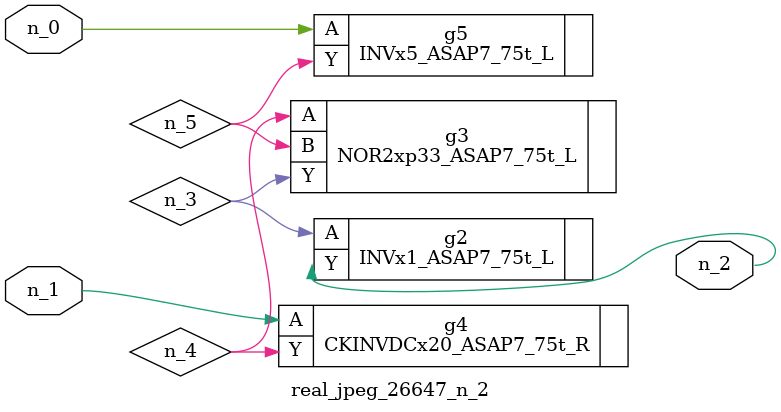
<source format=v>
module real_jpeg_26647_n_2 (n_1, n_0, n_2);

input n_1;
input n_0;

output n_2;

wire n_5;
wire n_4;
wire n_3;

INVx5_ASAP7_75t_L g5 ( 
.A(n_0),
.Y(n_5)
);

CKINVDCx20_ASAP7_75t_R g4 ( 
.A(n_1),
.Y(n_4)
);

INVx1_ASAP7_75t_L g2 ( 
.A(n_3),
.Y(n_2)
);

NOR2xp33_ASAP7_75t_L g3 ( 
.A(n_4),
.B(n_5),
.Y(n_3)
);


endmodule
</source>
